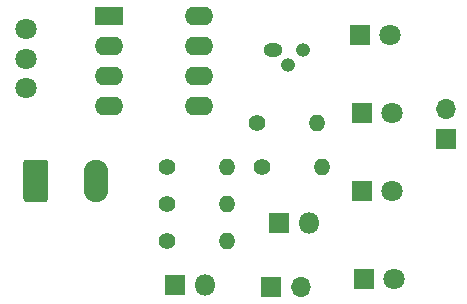
<source format=gbr>
%TF.GenerationSoftware,KiCad,Pcbnew,(5.1.12)-1*%
%TF.CreationDate,2023-08-26T19:26:49+05:30*%
%TF.ProjectId,IR PROXIMITY AUTOMATIC SANITIZER DISPENSER,49522050-524f-4584-994d-495459204155,rev?*%
%TF.SameCoordinates,Original*%
%TF.FileFunction,Soldermask,Top*%
%TF.FilePolarity,Negative*%
%FSLAX46Y46*%
G04 Gerber Fmt 4.6, Leading zero omitted, Abs format (unit mm)*
G04 Created by KiCad (PCBNEW (5.1.12)-1) date 2023-08-26 19:26:49*
%MOMM*%
%LPD*%
G01*
G04 APERTURE LIST*
%ADD10C,1.800000*%
%ADD11O,2.400000X1.600000*%
%ADD12R,2.400000X1.600000*%
%ADD13O,1.400000X1.400000*%
%ADD14C,1.400000*%
%ADD15O,1.200000X1.200000*%
%ADD16O,1.600000X1.200000*%
%ADD17O,2.080000X3.600000*%
%ADD18O,1.700000X1.700000*%
%ADD19R,1.700000X1.700000*%
%ADD20O,1.800000X1.800000*%
%ADD21R,1.800000X1.800000*%
G04 APERTURE END LIST*
D10*
%TO.C,RV1*%
X148340000Y-93860000D03*
X148340000Y-96360000D03*
X148340000Y-98860000D03*
%TD*%
D11*
%TO.C,U1*%
X162960000Y-92770000D03*
X155340000Y-100390000D03*
X162960000Y-95310000D03*
X155340000Y-97850000D03*
X162960000Y-97850000D03*
X155340000Y-95310000D03*
X162960000Y-100390000D03*
D12*
X155340000Y-92770000D03*
%TD*%
D13*
%TO.C,R5*%
X165345001Y-105525001D03*
D14*
X160265001Y-105525001D03*
%TD*%
D13*
%TO.C,R4*%
X172950000Y-101840000D03*
D14*
X167870000Y-101840000D03*
%TD*%
D13*
%TO.C,R3*%
X165345001Y-108675001D03*
D14*
X160265001Y-108675001D03*
%TD*%
D13*
%TO.C,R2*%
X173375001Y-105525001D03*
D14*
X168295001Y-105525001D03*
%TD*%
D13*
%TO.C,R1*%
X165345001Y-111825001D03*
D14*
X160265001Y-111825001D03*
%TD*%
D15*
%TO.C,Q1*%
X171800000Y-95600000D03*
X170530000Y-96870000D03*
D16*
X169260000Y-95600000D03*
%TD*%
D17*
%TO.C,J2*%
X154225001Y-106720001D03*
G36*
G01*
X148105001Y-108270002D02*
X148105001Y-105170000D01*
G75*
G02*
X148355000Y-104920001I249999J0D01*
G01*
X149935002Y-104920001D01*
G75*
G02*
X150185001Y-105170000I0J-249999D01*
G01*
X150185001Y-108270002D01*
G75*
G02*
X149935002Y-108520001I-249999J0D01*
G01*
X148355000Y-108520001D01*
G75*
G02*
X148105001Y-108270002I0J249999D01*
G01*
G37*
%TD*%
D18*
%TO.C,J1*%
X171590000Y-115680000D03*
D19*
X169050000Y-115680000D03*
%TD*%
D20*
%TO.C,D6*%
X163455001Y-115525001D03*
D21*
X160915001Y-115525001D03*
%TD*%
D20*
%TO.C,D5*%
X172280000Y-110280000D03*
D21*
X169740000Y-110280000D03*
%TD*%
D10*
%TO.C,D4*%
X179280000Y-100940000D03*
D21*
X176740000Y-100940000D03*
%TD*%
D10*
%TO.C,D3*%
X179140000Y-94360000D03*
D21*
X176600000Y-94360000D03*
%TD*%
D10*
%TO.C,D2*%
X179340000Y-107580000D03*
D21*
X176800000Y-107580000D03*
%TD*%
D10*
%TO.C,D1*%
X179480000Y-115060000D03*
D21*
X176940000Y-115060000D03*
%TD*%
D18*
%TO.C,BT1*%
X183870000Y-100610000D03*
D19*
X183870000Y-103150000D03*
%TD*%
M02*

</source>
